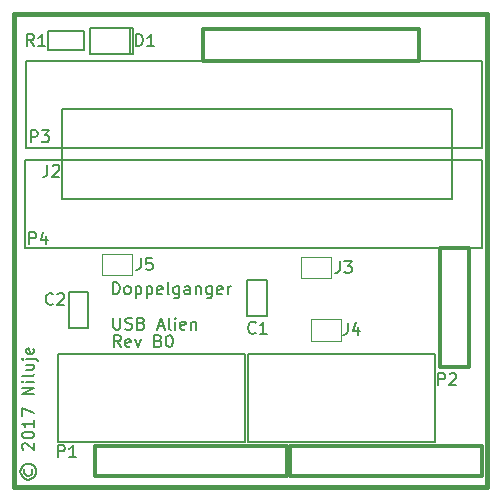
<source format=gto>
%TF.GenerationSoftware,KiCad,Pcbnew,no-vcs-found-f685cfa~60~ubuntu16.04.1*%
%TF.CreationDate,2017-10-11T22:15:00+02:00*%
%TF.ProjectId,usb_alien,7573625F616C69656E2E6B696361645F,rev?*%
%TF.SameCoordinates,Original*%
%TF.FileFunction,Legend,Top*%
%TF.FilePolarity,Positive*%
%FSLAX46Y46*%
G04 Gerber Fmt 4.6, Leading zero omitted, Abs format (unit mm)*
G04 Created by KiCad (PCBNEW no-vcs-found-f685cfa~60~ubuntu16.04.1) date Wed Oct 11 22:15:00 2017*
%MOMM*%
%LPD*%
G01*
G04 APERTURE LIST*
%ADD10C,0.127000*%
%ADD11C,0.150000*%
%ADD12C,0.120000*%
%ADD13C,0.203200*%
%ADD14C,0.300000*%
%ADD15C,0.400000*%
G04 APERTURE END LIST*
D10*
X124450323Y-108883752D02*
X124401942Y-108980514D01*
X124401942Y-109174038D01*
X124450323Y-109270800D01*
X124547085Y-109367561D01*
X124643847Y-109415942D01*
X124837371Y-109415942D01*
X124934133Y-109367561D01*
X125030895Y-109270800D01*
X125079276Y-109174038D01*
X125079276Y-108980514D01*
X125030895Y-108883752D01*
X124063276Y-109077276D02*
X124111657Y-109319180D01*
X124256800Y-109561085D01*
X124498704Y-109706228D01*
X124740609Y-109754609D01*
X124982514Y-109706228D01*
X125224419Y-109561085D01*
X125369561Y-109319180D01*
X125417942Y-109077276D01*
X125369561Y-108835371D01*
X125224419Y-108593466D01*
X124982514Y-108448323D01*
X124740609Y-108399942D01*
X124498704Y-108448323D01*
X124256800Y-108593466D01*
X124111657Y-108835371D01*
X124063276Y-109077276D01*
X124305180Y-107238800D02*
X124256800Y-107190419D01*
X124208419Y-107093657D01*
X124208419Y-106851752D01*
X124256800Y-106754990D01*
X124305180Y-106706609D01*
X124401942Y-106658228D01*
X124498704Y-106658228D01*
X124643847Y-106706609D01*
X125224419Y-107287180D01*
X125224419Y-106658228D01*
X124208419Y-106029276D02*
X124208419Y-105932514D01*
X124256800Y-105835752D01*
X124305180Y-105787371D01*
X124401942Y-105738990D01*
X124595466Y-105690609D01*
X124837371Y-105690609D01*
X125030895Y-105738990D01*
X125127657Y-105787371D01*
X125176038Y-105835752D01*
X125224419Y-105932514D01*
X125224419Y-106029276D01*
X125176038Y-106126038D01*
X125127657Y-106174419D01*
X125030895Y-106222800D01*
X124837371Y-106271180D01*
X124595466Y-106271180D01*
X124401942Y-106222800D01*
X124305180Y-106174419D01*
X124256800Y-106126038D01*
X124208419Y-106029276D01*
X125224419Y-104722990D02*
X125224419Y-105303561D01*
X125224419Y-105013276D02*
X124208419Y-105013276D01*
X124353561Y-105110038D01*
X124450323Y-105206800D01*
X124498704Y-105303561D01*
X124208419Y-104384323D02*
X124208419Y-103706990D01*
X125224419Y-104142419D01*
X125224419Y-102545847D02*
X124208419Y-102545847D01*
X125224419Y-101965276D01*
X124208419Y-101965276D01*
X125224419Y-101481466D02*
X124547085Y-101481466D01*
X124208419Y-101481466D02*
X124256800Y-101529847D01*
X124305180Y-101481466D01*
X124256800Y-101433085D01*
X124208419Y-101481466D01*
X124305180Y-101481466D01*
X125224419Y-100852514D02*
X125176038Y-100949276D01*
X125079276Y-100997657D01*
X124208419Y-100997657D01*
X124547085Y-100030038D02*
X125224419Y-100030038D01*
X124547085Y-100465466D02*
X125079276Y-100465466D01*
X125176038Y-100417085D01*
X125224419Y-100320323D01*
X125224419Y-100175180D01*
X125176038Y-100078419D01*
X125127657Y-100030038D01*
X124547085Y-99546228D02*
X125417942Y-99546228D01*
X125514704Y-99594609D01*
X125563085Y-99691371D01*
X125563085Y-99739752D01*
X124208419Y-99546228D02*
X124256800Y-99594609D01*
X124305180Y-99546228D01*
X124256800Y-99497847D01*
X124208419Y-99546228D01*
X124305180Y-99546228D01*
X125176038Y-98675371D02*
X125224419Y-98772133D01*
X125224419Y-98965657D01*
X125176038Y-99062419D01*
X125079276Y-99110800D01*
X124692228Y-99110800D01*
X124595466Y-99062419D01*
X124547085Y-98965657D01*
X124547085Y-98772133D01*
X124595466Y-98675371D01*
X124692228Y-98626990D01*
X124788990Y-98626990D01*
X124885752Y-99110800D01*
X132568042Y-98529019D02*
X132229376Y-98045209D01*
X131987471Y-98529019D02*
X131987471Y-97513019D01*
X132374519Y-97513019D01*
X132471280Y-97561400D01*
X132519661Y-97609780D01*
X132568042Y-97706542D01*
X132568042Y-97851685D01*
X132519661Y-97948447D01*
X132471280Y-97996828D01*
X132374519Y-98045209D01*
X131987471Y-98045209D01*
X133390519Y-98480638D02*
X133293757Y-98529019D01*
X133100233Y-98529019D01*
X133003471Y-98480638D01*
X132955090Y-98383876D01*
X132955090Y-97996828D01*
X133003471Y-97900066D01*
X133100233Y-97851685D01*
X133293757Y-97851685D01*
X133390519Y-97900066D01*
X133438900Y-97996828D01*
X133438900Y-98093590D01*
X132955090Y-98190352D01*
X133777566Y-97851685D02*
X134019471Y-98529019D01*
X134261376Y-97851685D01*
X135761185Y-97996828D02*
X135906328Y-98045209D01*
X135954709Y-98093590D01*
X136003090Y-98190352D01*
X136003090Y-98335495D01*
X135954709Y-98432257D01*
X135906328Y-98480638D01*
X135809566Y-98529019D01*
X135422519Y-98529019D01*
X135422519Y-97513019D01*
X135761185Y-97513019D01*
X135857947Y-97561400D01*
X135906328Y-97609780D01*
X135954709Y-97706542D01*
X135954709Y-97803304D01*
X135906328Y-97900066D01*
X135857947Y-97948447D01*
X135761185Y-97996828D01*
X135422519Y-97996828D01*
X136632042Y-97513019D02*
X136728804Y-97513019D01*
X136825566Y-97561400D01*
X136873947Y-97609780D01*
X136922328Y-97706542D01*
X136970709Y-97900066D01*
X136970709Y-98141971D01*
X136922328Y-98335495D01*
X136873947Y-98432257D01*
X136825566Y-98480638D01*
X136728804Y-98529019D01*
X136632042Y-98529019D01*
X136535280Y-98480638D01*
X136486900Y-98432257D01*
X136438519Y-98335495D01*
X136390138Y-98141971D01*
X136390138Y-97900066D01*
X136438519Y-97706542D01*
X136486900Y-97609780D01*
X136535280Y-97561400D01*
X136632042Y-97513019D01*
X131907642Y-94058619D02*
X131907642Y-93042619D01*
X132149547Y-93042619D01*
X132294690Y-93091000D01*
X132391452Y-93187761D01*
X132439833Y-93284523D01*
X132488214Y-93478047D01*
X132488214Y-93623190D01*
X132439833Y-93816714D01*
X132391452Y-93913476D01*
X132294690Y-94010238D01*
X132149547Y-94058619D01*
X131907642Y-94058619D01*
X133068785Y-94058619D02*
X132972023Y-94010238D01*
X132923642Y-93961857D01*
X132875261Y-93865095D01*
X132875261Y-93574809D01*
X132923642Y-93478047D01*
X132972023Y-93429666D01*
X133068785Y-93381285D01*
X133213928Y-93381285D01*
X133310690Y-93429666D01*
X133359071Y-93478047D01*
X133407452Y-93574809D01*
X133407452Y-93865095D01*
X133359071Y-93961857D01*
X133310690Y-94010238D01*
X133213928Y-94058619D01*
X133068785Y-94058619D01*
X133842880Y-93381285D02*
X133842880Y-94397285D01*
X133842880Y-93429666D02*
X133939642Y-93381285D01*
X134133166Y-93381285D01*
X134229928Y-93429666D01*
X134278309Y-93478047D01*
X134326690Y-93574809D01*
X134326690Y-93865095D01*
X134278309Y-93961857D01*
X134229928Y-94010238D01*
X134133166Y-94058619D01*
X133939642Y-94058619D01*
X133842880Y-94010238D01*
X134762119Y-93381285D02*
X134762119Y-94397285D01*
X134762119Y-93429666D02*
X134858880Y-93381285D01*
X135052404Y-93381285D01*
X135149166Y-93429666D01*
X135197547Y-93478047D01*
X135245928Y-93574809D01*
X135245928Y-93865095D01*
X135197547Y-93961857D01*
X135149166Y-94010238D01*
X135052404Y-94058619D01*
X134858880Y-94058619D01*
X134762119Y-94010238D01*
X136068404Y-94010238D02*
X135971642Y-94058619D01*
X135778119Y-94058619D01*
X135681357Y-94010238D01*
X135632976Y-93913476D01*
X135632976Y-93526428D01*
X135681357Y-93429666D01*
X135778119Y-93381285D01*
X135971642Y-93381285D01*
X136068404Y-93429666D01*
X136116785Y-93526428D01*
X136116785Y-93623190D01*
X135632976Y-93719952D01*
X136697357Y-94058619D02*
X136600595Y-94010238D01*
X136552214Y-93913476D01*
X136552214Y-93042619D01*
X137519833Y-93381285D02*
X137519833Y-94203761D01*
X137471452Y-94300523D01*
X137423071Y-94348904D01*
X137326309Y-94397285D01*
X137181166Y-94397285D01*
X137084404Y-94348904D01*
X137519833Y-94010238D02*
X137423071Y-94058619D01*
X137229547Y-94058619D01*
X137132785Y-94010238D01*
X137084404Y-93961857D01*
X137036023Y-93865095D01*
X137036023Y-93574809D01*
X137084404Y-93478047D01*
X137132785Y-93429666D01*
X137229547Y-93381285D01*
X137423071Y-93381285D01*
X137519833Y-93429666D01*
X138439071Y-94058619D02*
X138439071Y-93526428D01*
X138390690Y-93429666D01*
X138293928Y-93381285D01*
X138100404Y-93381285D01*
X138003642Y-93429666D01*
X138439071Y-94010238D02*
X138342309Y-94058619D01*
X138100404Y-94058619D01*
X138003642Y-94010238D01*
X137955261Y-93913476D01*
X137955261Y-93816714D01*
X138003642Y-93719952D01*
X138100404Y-93671571D01*
X138342309Y-93671571D01*
X138439071Y-93623190D01*
X138922880Y-93381285D02*
X138922880Y-94058619D01*
X138922880Y-93478047D02*
X138971261Y-93429666D01*
X139068023Y-93381285D01*
X139213166Y-93381285D01*
X139309928Y-93429666D01*
X139358309Y-93526428D01*
X139358309Y-94058619D01*
X140277547Y-93381285D02*
X140277547Y-94203761D01*
X140229166Y-94300523D01*
X140180785Y-94348904D01*
X140084023Y-94397285D01*
X139938880Y-94397285D01*
X139842119Y-94348904D01*
X140277547Y-94010238D02*
X140180785Y-94058619D01*
X139987261Y-94058619D01*
X139890500Y-94010238D01*
X139842119Y-93961857D01*
X139793738Y-93865095D01*
X139793738Y-93574809D01*
X139842119Y-93478047D01*
X139890500Y-93429666D01*
X139987261Y-93381285D01*
X140180785Y-93381285D01*
X140277547Y-93429666D01*
X141148404Y-94010238D02*
X141051642Y-94058619D01*
X140858119Y-94058619D01*
X140761357Y-94010238D01*
X140712976Y-93913476D01*
X140712976Y-93526428D01*
X140761357Y-93429666D01*
X140858119Y-93381285D01*
X141051642Y-93381285D01*
X141148404Y-93429666D01*
X141196785Y-93526428D01*
X141196785Y-93623190D01*
X140712976Y-93719952D01*
X141632214Y-94058619D02*
X141632214Y-93381285D01*
X141632214Y-93574809D02*
X141680595Y-93478047D01*
X141728976Y-93429666D01*
X141825738Y-93381285D01*
X141922500Y-93381285D01*
X131950580Y-96039819D02*
X131950580Y-96862295D01*
X131998961Y-96959057D01*
X132047342Y-97007438D01*
X132144104Y-97055819D01*
X132337628Y-97055819D01*
X132434390Y-97007438D01*
X132482771Y-96959057D01*
X132531152Y-96862295D01*
X132531152Y-96039819D01*
X132966580Y-97007438D02*
X133111723Y-97055819D01*
X133353628Y-97055819D01*
X133450390Y-97007438D01*
X133498771Y-96959057D01*
X133547152Y-96862295D01*
X133547152Y-96765533D01*
X133498771Y-96668771D01*
X133450390Y-96620390D01*
X133353628Y-96572009D01*
X133160104Y-96523628D01*
X133063342Y-96475247D01*
X133014961Y-96426866D01*
X132966580Y-96330104D01*
X132966580Y-96233342D01*
X133014961Y-96136580D01*
X133063342Y-96088200D01*
X133160104Y-96039819D01*
X133402009Y-96039819D01*
X133547152Y-96088200D01*
X134321247Y-96523628D02*
X134466390Y-96572009D01*
X134514771Y-96620390D01*
X134563152Y-96717152D01*
X134563152Y-96862295D01*
X134514771Y-96959057D01*
X134466390Y-97007438D01*
X134369628Y-97055819D01*
X133982580Y-97055819D01*
X133982580Y-96039819D01*
X134321247Y-96039819D01*
X134418009Y-96088200D01*
X134466390Y-96136580D01*
X134514771Y-96233342D01*
X134514771Y-96330104D01*
X134466390Y-96426866D01*
X134418009Y-96475247D01*
X134321247Y-96523628D01*
X133982580Y-96523628D01*
X135724295Y-96765533D02*
X136208104Y-96765533D01*
X135627533Y-97055819D02*
X135966200Y-96039819D01*
X136304866Y-97055819D01*
X136788676Y-97055819D02*
X136691914Y-97007438D01*
X136643533Y-96910676D01*
X136643533Y-96039819D01*
X137175723Y-97055819D02*
X137175723Y-96378485D01*
X137175723Y-96039819D02*
X137127342Y-96088200D01*
X137175723Y-96136580D01*
X137224104Y-96088200D01*
X137175723Y-96039819D01*
X137175723Y-96136580D01*
X138046580Y-97007438D02*
X137949819Y-97055819D01*
X137756295Y-97055819D01*
X137659533Y-97007438D01*
X137611152Y-96910676D01*
X137611152Y-96523628D01*
X137659533Y-96426866D01*
X137756295Y-96378485D01*
X137949819Y-96378485D01*
X138046580Y-96426866D01*
X138094961Y-96523628D01*
X138094961Y-96620390D01*
X137611152Y-96717152D01*
X138530390Y-96378485D02*
X138530390Y-97055819D01*
X138530390Y-96475247D02*
X138578771Y-96426866D01*
X138675533Y-96378485D01*
X138820676Y-96378485D01*
X138917438Y-96426866D01*
X138965819Y-96523628D01*
X138965819Y-97055819D01*
D11*
%TO.C,P2*%
X159197400Y-99131900D02*
X159197400Y-106531900D01*
X143367400Y-99131900D02*
X159197400Y-99131900D01*
X143367400Y-106531900D02*
X143367400Y-99131900D01*
X159197400Y-106531900D02*
X143367400Y-106531900D01*
D12*
%TO.C,J5*%
X133515100Y-90664300D02*
X133515100Y-92444300D01*
X130975100Y-92444300D02*
X130975100Y-90664300D01*
X130975100Y-92444300D02*
X133515100Y-92444300D01*
X133515100Y-90664300D02*
X130975100Y-90664300D01*
%TO.C,J4*%
X148678900Y-97981500D02*
X151218900Y-97981500D01*
X151218900Y-96201500D02*
X148678900Y-96201500D01*
X151218900Y-96201500D02*
X151218900Y-97981500D01*
X148678900Y-97981500D02*
X148678900Y-96201500D01*
%TO.C,J3*%
X150406100Y-90905600D02*
X150406100Y-92685600D01*
X147866100Y-92685600D02*
X147866100Y-90905600D01*
X147866100Y-92685600D02*
X150406100Y-92685600D01*
X150406100Y-90905600D02*
X147866100Y-90905600D01*
D13*
%TO.C,C2*%
X128155700Y-93878400D02*
X129832100Y-93878400D01*
X128155700Y-96926400D02*
X129832100Y-96926400D01*
X128155700Y-96926400D02*
X128155700Y-93878400D01*
X129832100Y-96926400D02*
X129832100Y-93878400D01*
%TO.C,C1*%
X144945100Y-95897700D02*
X144945100Y-92849700D01*
X143268700Y-95897700D02*
X143268700Y-92849700D01*
X143268700Y-95897700D02*
X144945100Y-95897700D01*
X143268700Y-92849700D02*
X144945100Y-92849700D01*
D11*
%TO.C,P1*%
X127276500Y-99131900D02*
X143106500Y-99131900D01*
X143106500Y-99131900D02*
X143106500Y-106531900D01*
X143106500Y-106531900D02*
X127276500Y-106531900D01*
X127276500Y-106531900D02*
X127276500Y-99131900D01*
%TO.C,J2*%
X127622300Y-78397100D02*
X160642300Y-78397100D01*
X160642300Y-78397100D02*
X160642300Y-86017100D01*
X160642300Y-86017100D02*
X127622300Y-86017100D01*
X127622300Y-86017100D02*
X127622300Y-78397100D01*
%TO.C,P4*%
X124457100Y-90110800D02*
X124457100Y-82710800D01*
X163147100Y-90110800D02*
X124457100Y-90110800D01*
X163147100Y-82710800D02*
X163147100Y-90110800D01*
X124457100Y-82710800D02*
X163147100Y-82710800D01*
%TO.C,P3*%
X124507900Y-74303400D02*
X163197900Y-74303400D01*
X163197900Y-74303400D02*
X163197900Y-81703400D01*
X163197900Y-81703400D02*
X124507900Y-81703400D01*
X124507900Y-81703400D02*
X124507900Y-74303400D01*
D13*
%TO.C,D1*%
X129933700Y-71501000D02*
X129933700Y-73685400D01*
X129933700Y-71501000D02*
X133590500Y-71501000D01*
X133337300Y-71501000D02*
X133337300Y-73685400D01*
X129933700Y-73685400D02*
X133590500Y-73685400D01*
X133590500Y-71501000D02*
X133590500Y-73685400D01*
D14*
%TO.C,J1*%
X139560300Y-74295000D02*
X139560300Y-71628000D01*
X157848300Y-74295000D02*
X139560300Y-74295000D01*
X157848300Y-71628000D02*
X157848300Y-74295000D01*
X139560300Y-71628000D02*
X157848300Y-71628000D01*
D15*
X163558300Y-110358000D02*
X123558300Y-110358000D01*
X163558300Y-70358000D02*
X163558300Y-110358000D01*
X123558300Y-70358000D02*
X123558300Y-110358000D01*
X123558300Y-70358000D02*
X163558300Y-70358000D01*
D14*
X130416300Y-106934000D02*
X130416300Y-109474000D01*
X130416300Y-106934000D02*
X146672300Y-106934000D01*
X146672300Y-106934000D02*
X146672300Y-109474000D01*
X130416300Y-109474000D02*
X146672300Y-109474000D01*
X146926300Y-106934000D02*
X163182300Y-106934000D01*
X146926300Y-106934000D02*
X146926300Y-109474000D01*
X146926300Y-109474000D02*
X163182300Y-109474000D01*
X163182300Y-106934000D02*
X163182300Y-109474000D01*
X159626300Y-90170000D02*
X162039300Y-90170000D01*
X159626300Y-90170000D02*
X159626300Y-100203000D01*
X162039300Y-100203000D02*
X162039300Y-90170000D01*
X159626300Y-100203000D02*
X162039300Y-100203000D01*
D13*
%TO.C,R1*%
X126377700Y-73418700D02*
X129425700Y-73418700D01*
X126377700Y-71742300D02*
X129425700Y-71742300D01*
X126377700Y-71742300D02*
X126377700Y-73418700D01*
X129425700Y-71742300D02*
X129425700Y-73418700D01*
%TO.C,P2*%
D11*
X159461904Y-101752380D02*
X159461904Y-100752380D01*
X159842857Y-100752380D01*
X159938095Y-100800000D01*
X159985714Y-100847619D01*
X160033333Y-100942857D01*
X160033333Y-101085714D01*
X159985714Y-101180952D01*
X159938095Y-101228571D01*
X159842857Y-101276190D01*
X159461904Y-101276190D01*
X160414285Y-100847619D02*
X160461904Y-100800000D01*
X160557142Y-100752380D01*
X160795238Y-100752380D01*
X160890476Y-100800000D01*
X160938095Y-100847619D01*
X160985714Y-100942857D01*
X160985714Y-101038095D01*
X160938095Y-101180952D01*
X160366666Y-101752380D01*
X160985714Y-101752380D01*
%TO.C,J5*%
X134266666Y-91002380D02*
X134266666Y-91716666D01*
X134219047Y-91859523D01*
X134123809Y-91954761D01*
X133980952Y-92002380D01*
X133885714Y-92002380D01*
X135219047Y-91002380D02*
X134742857Y-91002380D01*
X134695238Y-91478571D01*
X134742857Y-91430952D01*
X134838095Y-91383333D01*
X135076190Y-91383333D01*
X135171428Y-91430952D01*
X135219047Y-91478571D01*
X135266666Y-91573809D01*
X135266666Y-91811904D01*
X135219047Y-91907142D01*
X135171428Y-91954761D01*
X135076190Y-92002380D01*
X134838095Y-92002380D01*
X134742857Y-91954761D01*
X134695238Y-91907142D01*
%TO.C,J4*%
X151787266Y-96480380D02*
X151787266Y-97194666D01*
X151739647Y-97337523D01*
X151644409Y-97432761D01*
X151501552Y-97480380D01*
X151406314Y-97480380D01*
X152692028Y-96813714D02*
X152692028Y-97480380D01*
X152453933Y-96432761D02*
X152215838Y-97147047D01*
X152834885Y-97147047D01*
%TO.C,J3*%
X151126866Y-91260680D02*
X151126866Y-91974966D01*
X151079247Y-92117823D01*
X150984009Y-92213061D01*
X150841152Y-92260680D01*
X150745914Y-92260680D01*
X151507819Y-91260680D02*
X152126866Y-91260680D01*
X151793533Y-91641633D01*
X151936390Y-91641633D01*
X152031628Y-91689252D01*
X152079247Y-91736871D01*
X152126866Y-91832109D01*
X152126866Y-92070204D01*
X152079247Y-92165442D01*
X152031628Y-92213061D01*
X151936390Y-92260680D01*
X151650676Y-92260680D01*
X151555438Y-92213061D01*
X151507819Y-92165442D01*
%TO.C,C2*%
X126833333Y-94857842D02*
X126785714Y-94905461D01*
X126642857Y-94953080D01*
X126547619Y-94953080D01*
X126404761Y-94905461D01*
X126309523Y-94810223D01*
X126261904Y-94714985D01*
X126214285Y-94524509D01*
X126214285Y-94381652D01*
X126261904Y-94191176D01*
X126309523Y-94095938D01*
X126404761Y-94000700D01*
X126547619Y-93953080D01*
X126642857Y-93953080D01*
X126785714Y-94000700D01*
X126833333Y-94048319D01*
X127214285Y-94048319D02*
X127261904Y-94000700D01*
X127357142Y-93953080D01*
X127595238Y-93953080D01*
X127690476Y-94000700D01*
X127738095Y-94048319D01*
X127785714Y-94143557D01*
X127785714Y-94238795D01*
X127738095Y-94381652D01*
X127166666Y-94953080D01*
X127785714Y-94953080D01*
%TO.C,C1*%
X143983333Y-97307142D02*
X143935714Y-97354761D01*
X143792857Y-97402380D01*
X143697619Y-97402380D01*
X143554761Y-97354761D01*
X143459523Y-97259523D01*
X143411904Y-97164285D01*
X143364285Y-96973809D01*
X143364285Y-96830952D01*
X143411904Y-96640476D01*
X143459523Y-96545238D01*
X143554761Y-96450000D01*
X143697619Y-96402380D01*
X143792857Y-96402380D01*
X143935714Y-96450000D01*
X143983333Y-96497619D01*
X144935714Y-97402380D02*
X144364285Y-97402380D01*
X144650000Y-97402380D02*
X144650000Y-96402380D01*
X144554761Y-96545238D01*
X144459523Y-96640476D01*
X144364285Y-96688095D01*
%TO.C,P1*%
X127261904Y-107852380D02*
X127261904Y-106852380D01*
X127642857Y-106852380D01*
X127738095Y-106900000D01*
X127785714Y-106947619D01*
X127833333Y-107042857D01*
X127833333Y-107185714D01*
X127785714Y-107280952D01*
X127738095Y-107328571D01*
X127642857Y-107376190D01*
X127261904Y-107376190D01*
X128785714Y-107852380D02*
X128214285Y-107852380D01*
X128500000Y-107852380D02*
X128500000Y-106852380D01*
X128404761Y-106995238D01*
X128309523Y-107090476D01*
X128214285Y-107138095D01*
%TO.C,J2*%
X126366666Y-83102380D02*
X126366666Y-83816666D01*
X126319047Y-83959523D01*
X126223809Y-84054761D01*
X126080952Y-84102380D01*
X125985714Y-84102380D01*
X126795238Y-83197619D02*
X126842857Y-83150000D01*
X126938095Y-83102380D01*
X127176190Y-83102380D01*
X127271428Y-83150000D01*
X127319047Y-83197619D01*
X127366666Y-83292857D01*
X127366666Y-83388095D01*
X127319047Y-83530952D01*
X126747619Y-84102380D01*
X127366666Y-84102380D01*
%TO.C,P4*%
X124839504Y-89809580D02*
X124839504Y-88809580D01*
X125220457Y-88809580D01*
X125315695Y-88857200D01*
X125363314Y-88904819D01*
X125410933Y-89000057D01*
X125410933Y-89142914D01*
X125363314Y-89238152D01*
X125315695Y-89285771D01*
X125220457Y-89333390D01*
X124839504Y-89333390D01*
X126268076Y-89142914D02*
X126268076Y-89809580D01*
X126029980Y-88761961D02*
X125791885Y-89476247D01*
X126410933Y-89476247D01*
%TO.C,P3*%
X124966504Y-81198980D02*
X124966504Y-80198980D01*
X125347457Y-80198980D01*
X125442695Y-80246600D01*
X125490314Y-80294219D01*
X125537933Y-80389457D01*
X125537933Y-80532314D01*
X125490314Y-80627552D01*
X125442695Y-80675171D01*
X125347457Y-80722790D01*
X124966504Y-80722790D01*
X125871266Y-80198980D02*
X126490314Y-80198980D01*
X126156980Y-80579933D01*
X126299838Y-80579933D01*
X126395076Y-80627552D01*
X126442695Y-80675171D01*
X126490314Y-80770409D01*
X126490314Y-81008504D01*
X126442695Y-81103742D01*
X126395076Y-81151361D01*
X126299838Y-81198980D01*
X126014123Y-81198980D01*
X125918885Y-81151361D01*
X125871266Y-81103742D01*
%TO.C,D1*%
X133881904Y-73045580D02*
X133881904Y-72045580D01*
X134120000Y-72045580D01*
X134262857Y-72093200D01*
X134358095Y-72188438D01*
X134405714Y-72283676D01*
X134453333Y-72474152D01*
X134453333Y-72617009D01*
X134405714Y-72807485D01*
X134358095Y-72902723D01*
X134262857Y-72997961D01*
X134120000Y-73045580D01*
X133881904Y-73045580D01*
X135405714Y-73045580D02*
X134834285Y-73045580D01*
X135120000Y-73045580D02*
X135120000Y-72045580D01*
X135024761Y-72188438D01*
X134929523Y-72283676D01*
X134834285Y-72331295D01*
%TO.C,R1*%
X125220433Y-73045580D02*
X124887100Y-72569390D01*
X124649004Y-73045580D02*
X124649004Y-72045580D01*
X125029957Y-72045580D01*
X125125195Y-72093200D01*
X125172814Y-72140819D01*
X125220433Y-72236057D01*
X125220433Y-72378914D01*
X125172814Y-72474152D01*
X125125195Y-72521771D01*
X125029957Y-72569390D01*
X124649004Y-72569390D01*
X126172814Y-73045580D02*
X125601385Y-73045580D01*
X125887100Y-73045580D02*
X125887100Y-72045580D01*
X125791861Y-72188438D01*
X125696623Y-72283676D01*
X125601385Y-72331295D01*
%TD*%
M02*

</source>
